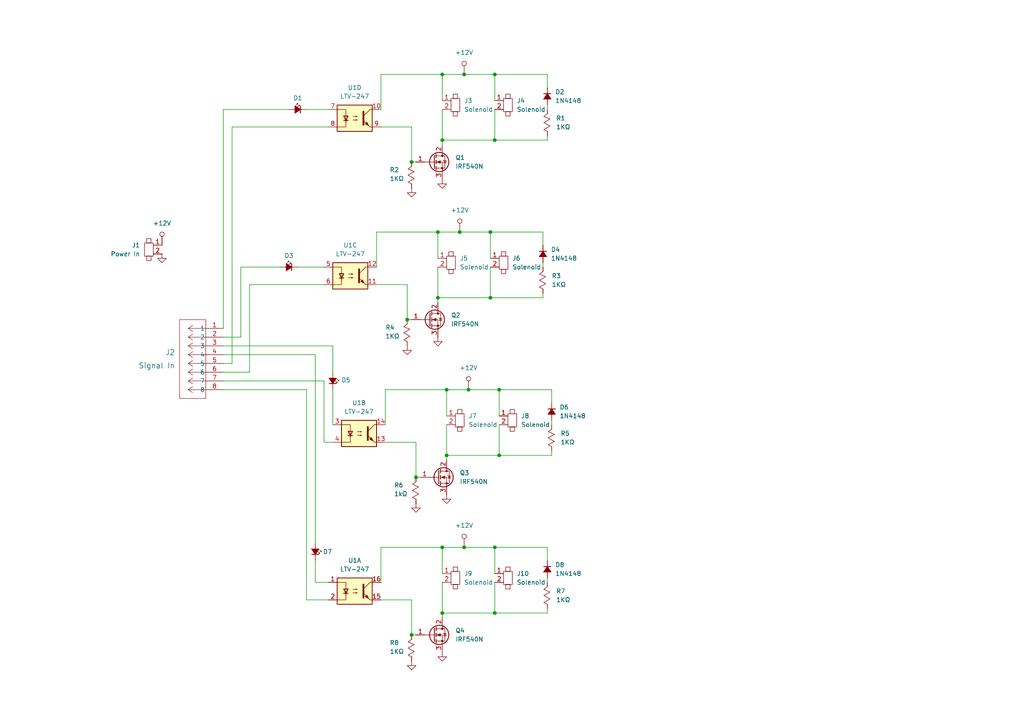
<source format=kicad_sch>
(kicad_sch (version 20250114) (generator "eeschema") (generator_version "9.0")
  (paper "A4")
  (lib_symbols
    (symbol "2_JB_Custom_sym:8PinMolexConn" (pin_names (offset 0.254))
      (property "Reference" "J" (at 8.89 6.35 0))
      (property "Value" "8PinMolexConn" (at 0 0 0))
      (symbol "8PinMolexConn_1_1"
        (polyline (pts (xy 5.08 2.54) (xy 5.08 -20.32)) (stroke (width 0.127)))
        (polyline (pts (xy 5.08 -20.32) (xy 12.7 -20.32)) (stroke (width 0.127)))
        (polyline (pts (xy 10.16 0) (xy 5.08 0)) (stroke (width 0.127)))
        (polyline (pts (xy 10.16 0) (xy 8.89 0.8467)) (stroke (width 0.127)))
        (polyline (pts (xy 10.16 0) (xy 8.89 -0.8467)) (stroke (width 0.127)))
        (polyline (pts (xy 10.16 -2.54) (xy 5.08 -2.54)) (stroke (width 0.127)))
        (polyline (pts (xy 10.16 -2.54) (xy 8.89 -1.6933)) (stroke (width 0.127)))
        (polyline (pts (xy 10.16 -2.54) (xy 8.89 -3.3867)) (stroke (width 0.127)))
        (polyline (pts (xy 10.16 -5.08) (xy 5.08 -5.08)) (stroke (width 0.127)))
        (polyline (pts (xy 10.16 -5.08) (xy 8.89 -4.2333)) (stroke (width 0.127)))
        (polyline (pts (xy 10.16 -5.08) (xy 8.89 -5.9267)) (stroke (width 0.127)))
        (polyline (pts (xy 10.16 -7.62) (xy 5.08 -7.62)) (stroke (width 0.127)))
        (polyline (pts (xy 10.16 -7.62) (xy 8.89 -6.7733)) (stroke (width 0.127)))
        (polyline (pts (xy 10.16 -7.62) (xy 8.89 -8.4667)) (stroke (width 0.127)))
        (polyline (pts (xy 10.16 -10.16) (xy 5.08 -10.16)) (stroke (width 0.127)))
        (polyline (pts (xy 10.16 -10.16) (xy 8.89 -9.3133)) (stroke (width 0.127)))
        (polyline (pts (xy 10.16 -10.16) (xy 8.89 -11.0067)) (stroke (width 0.127)))
        (polyline (pts (xy 10.16 -12.7) (xy 5.08 -12.7)) (stroke (width 0.127)))
        (polyline (pts (xy 10.16 -12.7) (xy 8.89 -11.8533)) (stroke (width 0.127)))
        (polyline (pts (xy 10.16 -12.7) (xy 8.89 -13.5467)) (stroke (width 0.127)))
        (polyline (pts (xy 10.16 -15.24) (xy 5.08 -15.24)) (stroke (width 0.127)))
        (polyline (pts (xy 10.16 -15.24) (xy 8.89 -14.3933)) (stroke (width 0.127)))
        (polyline (pts (xy 10.16 -15.24) (xy 8.89 -16.0867)) (stroke (width 0.127)))
        (polyline (pts (xy 10.16 -17.78) (xy 5.08 -17.78)) (stroke (width 0.127)))
        (polyline (pts (xy 10.16 -17.78) (xy 8.89 -16.9333)) (stroke (width 0.127)))
        (polyline (pts (xy 10.16 -17.78) (xy 8.89 -18.6267)) (stroke (width 0.127)))
        (polyline (pts (xy 12.7 2.54) (xy 5.08 2.54)) (stroke (width 0.127)))
        (polyline (pts (xy 12.7 -20.32) (xy 12.7 2.54)) (stroke (width 0.127)))
        (pin unspecified line (at 0 0 0) (length 5.08) (name "1") (number "1"))
        (pin unspecified line (at 0 -2.54 0) (length 5.08) (name "2") (number "2"))
        (pin unspecified line (at 0 -5.08 0) (length 5.08) (name "3") (number "3"))
        (pin unspecified line (at 0 -7.62 0) (length 5.08) (name "4") (number "4"))
        (pin unspecified line (at 0 -10.16 0) (length 5.08) (name "5") (number "5"))
        (pin unspecified line (at 0 -12.7 0) (length 5.08) (name "6") (number "6"))
        (pin unspecified line (at 0 -15.24 0) (length 5.08) (name "7") (number "7"))
        (pin unspecified line (at 0 -17.78 0) (length 5.08) (name "8") (number "8"))
      )
      (symbol "8PinMolexConn_1_2"
        (polyline (pts (xy 5.08 2.54) (xy 5.08 -20.32)) (stroke (width 0.127)))
        (polyline (pts (xy 5.08 -20.32) (xy 12.7 -20.32)) (stroke (width 0.127)))
        (polyline (pts (xy 7.62 0) (xy 5.08 0)) (stroke (width 0.127)))
        (polyline (pts (xy 7.62 0) (xy 8.89 0.8467)) (stroke (width 0.127)))
        (polyline (pts (xy 7.62 0) (xy 8.89 -0.8467)) (stroke (width 0.127)))
        (polyline (pts (xy 7.62 -2.54) (xy 5.08 -2.54)) (stroke (width 0.127)))
        (polyline (pts (xy 7.62 -2.54) (xy 8.89 -1.6933)) (stroke (width 0.127)))
        (polyline (pts (xy 7.62 -2.54) (xy 8.89 -3.3867)) (stroke (width 0.127)))
        (polyline (pts (xy 7.62 -5.08) (xy 5.08 -5.08)) (stroke (width 0.127)))
        (polyline (pts (xy 7.62 -5.08) (xy 8.89 -4.2333)) (stroke (width 0.127)))
        (polyline (pts (xy 7.62 -5.08) (xy 8.89 -5.9267)) (stroke (width 0.127)))
        (polyline (pts (xy 7.62 -7.62) (xy 5.08 -7.62)) (stroke (width 0.127)))
        (polyline (pts (xy 7.62 -7.62) (xy 8.89 -6.7733)) (stroke (width 0.127)))
        (polyline (pts (xy 7.62 -7.62) (xy 8.89 -8.4667)) (stroke (width 0.127)))
        (polyline (pts (xy 7.62 -10.16) (xy 5.08 -10.16)) (stroke (width 0.127)))
        (polyline (pts (xy 7.62 -10.16) (xy 8.89 -9.3133)) (stroke (width 0.127)))
        (polyline (pts (xy 7.62 -10.16) (xy 8.89 -11.0067)) (stroke (width 0.127)))
        (polyline (pts (xy 7.62 -12.7) (xy 5.08 -12.7)) (stroke (width 0.127)))
        (polyline (pts (xy 7.62 -12.7) (xy 8.89 -11.8533)) (stroke (width 0.127)))
        (polyline (pts (xy 7.62 -12.7) (xy 8.89 -13.5467)) (stroke (width 0.127)))
        (polyline (pts (xy 7.62 -15.24) (xy 5.08 -15.24)) (stroke (width 0.127)))
        (polyline (pts (xy 7.62 -15.24) (xy 8.89 -14.3933)) (stroke (width 0.127)))
        (polyline (pts (xy 7.62 -15.24) (xy 8.89 -16.0867)) (stroke (width 0.127)))
        (polyline (pts (xy 7.62 -17.78) (xy 5.08 -17.78)) (stroke (width 0.127)))
        (polyline (pts (xy 7.62 -17.78) (xy 8.89 -16.9333)) (stroke (width 0.127)))
        (polyline (pts (xy 7.62 -17.78) (xy 8.89 -18.6267)) (stroke (width 0.127)))
        (polyline (pts (xy 12.7 2.54) (xy 5.08 2.54)) (stroke (width 0.127)))
        (polyline (pts (xy 12.7 -20.32) (xy 12.7 2.54)) (stroke (width 0.127)))
        (pin unspecified line (at 0 0 0) (length 5.08) (name "1") (number "1"))
        (pin unspecified line (at 0 -2.54 0) (length 5.08) (name "2") (number "2"))
        (pin unspecified line (at 0 -5.08 0) (length 5.08) (name "3") (number "3"))
        (pin unspecified line (at 0 -7.62 0) (length 5.08) (name "4") (number "4"))
        (pin unspecified line (at 0 -10.16 0) (length 5.08) (name "5") (number "5"))
        (pin unspecified line (at 0 -12.7 0) (length 5.08) (name "6") (number "6"))
        (pin unspecified line (at 0 -15.24 0) (length 5.08) (name "7") (number "7"))
        (pin unspecified line (at 0 -17.78 0) (length 5.08) (name "8") (number "8"))
      )
    )
    (symbol "2_JB_Custom_sym:Jumper_2_Pin"
      (property "Reference" "J" (at 0 13.208 0))
      (symbol "Jumper_2_Pin_0_1"
        (rectangle (start -1.27 9.525) (end 1.27 5.715))
        (rectangle (start -0.635 10.795) (end 0.635 9.525))
        (rectangle (start -0.635 5.715) (end 0.635 5.715))
        (rectangle (start 0.635 4.445) (end -0.635 5.715))
      )
      (symbol "Jumper_2_Pin_1_1"
        (pin passive line (at -3.81 8.89 0) (length 2.54) (name "~") (number "1"))
        (pin passive line (at -3.81 6.35 0) (length 2.54) (name "~") (number "2"))
      )
    )
    (symbol "2_JB_Custom_sym:VCC"
      (property "Value" "+5V" (at 0 5.588 0))
      (symbol "VCC_0_1"
        (circle (center 0 3.175) (radius 0.635))
      )
      (symbol "VCC_1_1"
        (pin power_in line (at 0 0 90) (length 2.54) (name "~") (number ""))
      )
    )
    (symbol "Custom Symbols:Resistor_Mod" (pin_numbers (hide yes)) (pin_names (offset 0) (hide yes))
      (property "Reference" "R" (at 0 4.318 0))
      (property "Value" "ValueΩ" (at 0 2.54 0))
      (symbol "Resistor_Mod_0_1"
        (polyline (pts (xy -2.54 0) (xy -2.032 1.016) (xy -1.016 -0.762) (xy 0 1.016) (xy 1.016 -0.762) (xy 1.778 1.016) (xy 2.54 0)))
      )
      (symbol "Resistor_Mod_1_1"
        (pin passive line (at -3.81 0 0) (length 1.27) (name "1") (number "1"))
        (pin passive line (at 3.81 0 180) (length 1.27) (name "2") (number "2"))
      )
    )
    (symbol "Device:D_Small_Filled" (pin_numbers (hide yes)) (pin_names (offset 0.254) (hide yes))
      (property "Reference" "D" (at -1.27 2.032 0))
      (property "Value" "D_Small_Filled" (at -3.81 -2.032 0))
      (symbol "D_Small_Filled_0_1"
        (polyline (pts (xy -0.762 0) (xy 0.762 0)))
        (polyline (pts (xy -0.762 -1.016) (xy -0.762 1.016)) (stroke (width 0.254)))
        (polyline (pts (xy 0.762 -1.016) (xy -0.762 0) (xy 0.762 1.016) (xy 0.762 -1.016)) (stroke (width 0.254)) (fill (type outline)))
      )
      (symbol "D_Small_Filled_1_1"
        (pin passive line (at -2.54 0 0) (length 1.778) (name "K") (number "1"))
        (pin passive line (at 2.54 0 180) (length 1.778) (name "A") (number "2"))
      )
    )
    (symbol "Device:LED_Small_Filled" (pin_numbers (hide yes)) (pin_names (offset 0.254) (hide yes))
      (property "Reference" "D" (at -1.27 3.175 0))
      (property "Value" "LED_Small_Filled" (at -4.445 -2.54 0))
      (symbol "LED_Small_Filled_0_1"
        (polyline (pts (xy -0.762 -1.016) (xy -0.762 1.016)) (stroke (width 0.254)))
        (polyline (pts (xy 0 0.762) (xy -0.508 1.27) (xy -0.254 1.27) (xy -0.508 1.27) (xy -0.508 1.016)))
        (polyline (pts (xy 0.508 1.27) (xy 0 1.778) (xy 0.254 1.778) (xy 0 1.778) (xy 0 1.524)))
        (polyline (pts (xy 0.762 -1.016) (xy -0.762 0) (xy 0.762 1.016) (xy 0.762 -1.016)) (stroke (width 0.254)) (fill (type outline)))
        (polyline (pts (xy 1.016 0) (xy -0.762 0)))
      )
      (symbol "LED_Small_Filled_1_1"
        (pin passive line (at -2.54 0 0) (length 1.778) (name "K") (number "1"))
        (pin passive line (at 2.54 0 180) (length 1.778) (name "A") (number "2"))
      )
    )
    (symbol "Isolator:LTV-247"
      (property "Reference" "U" (at -5.08 5.08 0))
      (property "Value" "LTV-247" (at 0 5.08 0))
      (symbol "LTV-247_0_1"
        (rectangle (start -5.08 3.81) (end 5.08 -3.81) (stroke (width 0.254)) (fill (type background)))
        (polyline (pts (xy -5.08 2.54) (xy -2.54 2.54) (xy -2.54 -1.27) (xy -2.54 0.635)))
        (polyline (pts (xy -3.175 -0.635) (xy -1.905 -0.635)) (stroke (width 0.254)))
        (polyline (pts (xy -2.54 -0.635) (xy -2.54 -2.54) (xy -5.08 -2.54)))
        (polyline (pts (xy -2.54 -0.635) (xy -3.175 0.635) (xy -1.905 0.635) (xy -2.54 -0.635)) (stroke (width 0.254)))
        (polyline (pts (xy -0.508 0.508) (xy 0.762 0.508) (xy 0.381 0.381) (xy 0.381 0.635) (xy 0.762 0.508)))
        (polyline (pts (xy -0.508 -0.508) (xy 0.762 -0.508) (xy 0.381 -0.635) (xy 0.381 -0.381) (xy 0.762 -0.508)))
        (polyline (pts (xy 2.54 1.905) (xy 2.54 -1.905) (xy 2.54 -1.905)) (stroke (width 0.508)))
        (polyline (pts (xy 2.54 0.635) (xy 4.445 2.54)))
        (polyline (pts (xy 3.048 -1.651) (xy 3.556 -1.143) (xy 4.064 -2.159) (xy 3.048 -1.651) (xy 3.048 -1.651)) (fill (type outline)))
        (polyline (pts (xy 4.445 2.54) (xy 5.08 2.54)))
        (polyline (pts (xy 4.445 -2.54) (xy 2.54 -0.635)) (fill (type outline)))
        (polyline (pts (xy 4.445 -2.54) (xy 5.08 -2.54)))
      )
      (symbol "LTV-247_1_1"
        (pin passive line (at -7.62 2.54 0) (length 2.54) (name "~") (number "1"))
        (pin passive line (at -7.62 -2.54 0) (length 2.54) (name "~") (number "2"))
        (pin passive line (at 7.62 2.54 180) (length 2.54) (name "~") (number "16"))
        (pin passive line (at 7.62 -2.54 180) (length 2.54) (name "~") (number "15"))
      )
      (symbol "LTV-247_2_1"
        (pin passive line (at -7.62 2.54 0) (length 2.54) (name "~") (number "3"))
        (pin passive line (at -7.62 -2.54 0) (length 2.54) (name "~") (number "4"))
        (pin passive line (at 7.62 2.54 180) (length 2.54) (name "~") (number "14"))
        (pin passive line (at 7.62 -2.54 180) (length 2.54) (name "~") (number "13"))
      )
      (symbol "LTV-247_3_1"
        (pin passive line (at -7.62 2.54 0) (length 2.54) (name "~") (number "5"))
        (pin passive line (at -7.62 -2.54 0) (length 2.54) (name "~") (number "6"))
        (pin passive line (at 7.62 2.54 180) (length 2.54) (name "~") (number "12"))
        (pin passive line (at 7.62 -2.54 180) (length 2.54) (name "~") (number "11"))
      )
      (symbol "LTV-247_4_1"
        (pin passive line (at -7.62 2.54 0) (length 2.54) (name "~") (number "7"))
        (pin passive line (at -7.62 -2.54 0) (length 2.54) (name "~") (number "8"))
        (pin passive line (at 7.62 2.54 180) (length 2.54) (name "~") (number "10"))
        (pin passive line (at 7.62 -2.54 180) (length 2.54) (name "~") (number "9"))
      )
    )
    (symbol "OF symbols:Resistor_Mod" (pin_numbers (hide yes)) (pin_names (offset 0) (hide yes))
      (property "Reference" "R" (at 0 4.318 0))
      (property "Value" "ValueΩ" (at 0 2.54 0))
      (symbol "Resistor_Mod_0_1"
        (polyline (pts (xy -2.54 0) (xy -2.032 1.016) (xy -1.016 -0.762) (xy 0 1.016) (xy 1.016 -0.762) (xy 1.778 1.016) (xy 2.54 0)))
      )
      (symbol "Resistor_Mod_1_1"
        (pin passive line (at -3.81 0 0) (length 1.27) (name "1") (number "1"))
        (pin passive line (at 3.81 0 180) (length 1.27) (name "2") (number "2"))
      )
    )
    (symbol "Transistor_FET:IRF540N" (pin_names (hide yes))
      (property "Reference" "Q" (at 5.08 1.905 0))
      (property "Value" "IRF540N" (at 5.08 0 0))
      (symbol "IRF540N_0_1"
        (polyline (pts (xy 0.254 1.905) (xy 0.254 -1.905)) (stroke (width 0.254)))
        (polyline (pts (xy 0.254 0) (xy -2.54 0)))
        (polyline (pts (xy 0.762 2.286) (xy 0.762 1.27)) (stroke (width 0.254)))
        (polyline (pts (xy 0.762 0.508) (xy 0.762 -0.508)) (stroke (width 0.254)))
        (polyline (pts (xy 0.762 -1.27) (xy 0.762 -2.286)) (stroke (width 0.254)))
        (polyline (pts (xy 0.762 -1.778) (xy 3.302 -1.778) (xy 3.302 1.778) (xy 0.762 1.778)))
        (polyline (pts (xy 1.016 0) (xy 2.032 0.381) (xy 2.032 -0.381) (xy 1.016 0)) (fill (type outline)))
        (circle (center 1.651 0) (radius 2.794) (stroke (width 0.254)))
        (polyline (pts (xy 2.54 2.54) (xy 2.54 1.778)))
        (circle (center 2.54 1.778) (radius 0.254) (fill (type outline)))
        (circle (center 2.54 -1.778) (radius 0.254) (fill (type outline)))
        (polyline (pts (xy 2.54 -2.54) (xy 2.54 0) (xy 0.762 0)))
        (polyline (pts (xy 2.794 0.508) (xy 2.921 0.381) (xy 3.683 0.381) (xy 3.81 0.254)))
        (polyline (pts (xy 3.302 0.381) (xy 2.921 -0.254) (xy 3.683 -0.254) (xy 3.302 0.381)))
      )
      (symbol "IRF540N_1_1"
        (pin input line (at -5.08 0 0) (length 2.54) (name "G") (number "1"))
        (pin passive line (at 2.54 5.08 270) (length 2.54) (name "D") (number "2"))
        (pin passive line (at 2.54 -5.08 90) (length 2.54) (name "S") (number "3"))
      )
    )
    (symbol "power:GND" (power) (pin_numbers (hide yes)) (pin_names (offset 0) (hide yes))
      (property "Value" "GND" (at 0 -3.81 0))
      (symbol "GND_0_1"
        (polyline (pts (xy 0 0) (xy 0 -1.27) (xy 1.27 -1.27) (xy 0 -2.54) (xy -1.27 -1.27) (xy 0 -1.27)))
      )
      (symbol "GND_1_1"
        (pin power_in line (at 0 0 270) (length 0) (name "~") (number "1"))
      )
    )
  )
  (junction (at 119.38 46.99))
  (junction (at 128.27 21.59))
  (junction (at 118.11 92.71))
  (junction (at 133.35 67.31))
  (junction (at 134.62 158.75))
  (junction (at 143.51 177.8))
  (junction (at 127 86.36))
  (junction (at 128.27 40.64))
  (junction (at 143.51 21.59))
  (junction (at 128.27 158.75))
  (junction (at 144.78 113.03))
  (junction (at 142.24 67.31))
  (junction (at 143.51 40.64))
  (junction (at 129.54 113.03))
  (junction (at 128.27 177.8))
  (junction (at 120.65 138.43))
  (junction (at 144.78 132.08))
  (junction (at 119.38 184.15))
  (junction (at 143.51 158.75))
  (junction (at 127 67.31))
  (junction (at 142.24 86.36))
  (junction (at 134.62 21.59))
  (junction (at 129.54 132.08))
  (junction (at 135.89 113.03))
  (wire (pts (xy 93.98 128.27) (xy 96.52 128.27)))
  (wire (pts (xy 64.77 110.49) (xy 93.98 110.49)))
  (wire (pts (xy 143.51 166.37) (xy 143.51 158.75)))
  (wire (pts (xy 64.77 95.25) (xy 64.77 31.75)))
  (wire (pts (xy 91.44 102.87) (xy 91.44 157.48)))
  (wire (pts (xy 143.51 168.91) (xy 143.51 177.8)))
  (wire (pts (xy 158.75 30.48) (xy 158.75 31.75)))
  (wire (pts (xy 118.11 92.71) (xy 119.38 92.71)))
  (wire (pts (xy 111.76 113.03) (xy 129.54 113.03)))
  (wire (pts (xy 158.75 177.8) (xy 158.75 176.53)))
  (wire (pts (xy 67.31 105.41) (xy 64.77 105.41)))
  (wire (pts (xy 120.65 138.43) (xy 121.92 138.43)))
  (wire (pts (xy 96.52 113.03) (xy 96.52 123.19)))
  (wire (pts (xy 160.02 113.03) (xy 160.02 116.84)))
  (wire (pts (xy 158.75 21.59) (xy 158.75 25.4)))
  (wire (pts (xy 128.27 168.91) (xy 128.27 177.8)))
  (wire (pts (xy 157.48 76.2) (xy 157.48 77.47)))
  (wire (pts (xy 142.24 77.47) (xy 142.24 86.36)))
  (wire (pts (xy 144.78 123.19) (xy 144.78 132.08)))
  (wire (pts (xy 127 67.31) (xy 133.35 67.31)))
  (wire (pts (xy 128.27 40.64) (xy 143.51 40.64)))
  (wire (pts (xy 127 87.63) (xy 127 86.36)))
  (wire (pts (xy 142.24 86.36) (xy 157.48 86.36)))
  (wire (pts (xy 72.39 82.55) (xy 72.39 107.95)))
  (wire (pts (xy 111.76 113.03) (xy 111.76 123.19)))
  (wire (pts (xy 144.78 113.03) (xy 160.02 113.03)))
  (wire (pts (xy 143.51 40.64) (xy 158.75 40.64)))
  (wire (pts (xy 142.24 67.31) (xy 157.48 67.31)))
  (wire (pts (xy 160.02 132.08) (xy 160.02 130.81)))
  (wire (pts (xy 64.77 102.87) (xy 91.44 102.87)))
  (wire (pts (xy 95.25 36.83) (xy 67.31 36.83)))
  (wire (pts (xy 128.27 158.75) (xy 128.27 166.37)))
  (wire (pts (xy 143.51 29.21) (xy 143.51 21.59)))
  (wire (pts (xy 128.27 41.91) (xy 128.27 40.64)))
  (wire (pts (xy 96.52 100.33) (xy 96.52 107.95)))
  (wire (pts (xy 119.38 184.15) (xy 120.65 184.15)))
  (wire (pts (xy 110.49 173.99) (xy 119.38 173.99)))
  (wire (pts (xy 93.98 82.55) (xy 72.39 82.55)))
  (wire (pts (xy 91.44 162.56) (xy 91.44 168.91)))
  (wire (pts (xy 142.24 74.93) (xy 142.24 67.31)))
  (wire (pts (xy 93.98 110.49) (xy 93.98 128.27)))
  (wire (pts (xy 64.77 113.03) (xy 88.9 113.03)))
  (wire (pts (xy 110.49 158.75) (xy 110.49 168.91)))
  (wire (pts (xy 118.11 82.55) (xy 118.11 92.71)))
  (wire (pts (xy 110.49 21.59) (xy 128.27 21.59)))
  (wire (pts (xy 110.49 21.59) (xy 110.49 31.75)))
  (wire (pts (xy 120.65 128.27) (xy 120.65 138.43)))
  (wire (pts (xy 64.77 97.79) (xy 69.85 97.79)))
  (wire (pts (xy 129.54 132.08) (xy 144.78 132.08)))
  (wire (pts (xy 143.51 21.59) (xy 158.75 21.59)))
  (wire (pts (xy 128.27 21.59) (xy 134.62 21.59)))
  (wire (pts (xy 127 86.36) (xy 142.24 86.36)))
  (wire (pts (xy 127 67.31) (xy 127 74.93)))
  (wire (pts (xy 88.9 173.99) (xy 95.25 173.99)))
  (wire (pts (xy 129.54 123.19) (xy 129.54 132.08)))
  (wire (pts (xy 69.85 97.79) (xy 69.85 77.47)))
  (wire (pts (xy 143.51 158.75) (xy 158.75 158.75)))
  (wire (pts (xy 133.35 67.31) (xy 142.24 67.31)))
  (wire (pts (xy 109.22 67.31) (xy 109.22 77.47)))
  (wire (pts (xy 109.22 67.31) (xy 127 67.31)))
  (wire (pts (xy 143.51 31.75) (xy 143.51 40.64)))
  (wire (pts (xy 110.49 158.75) (xy 128.27 158.75)))
  (wire (pts (xy 129.54 133.35) (xy 129.54 132.08)))
  (wire (pts (xy 91.44 168.91) (xy 95.25 168.91)))
  (wire (pts (xy 119.38 46.99) (xy 120.65 46.99)))
  (wire (pts (xy 128.27 158.75) (xy 134.62 158.75)))
  (wire (pts (xy 157.48 67.31) (xy 157.48 71.12)))
  (wire (pts (xy 67.31 36.83) (xy 67.31 105.41)))
  (wire (pts (xy 110.49 36.83) (xy 119.38 36.83)))
  (wire (pts (xy 144.78 132.08) (xy 160.02 132.08)))
  (wire (pts (xy 158.75 167.64) (xy 158.75 168.91)))
  (wire (pts (xy 128.27 179.07) (xy 128.27 177.8)))
  (wire (pts (xy 135.89 113.03) (xy 144.78 113.03)))
  (wire (pts (xy 158.75 158.75) (xy 158.75 162.56)))
  (wire (pts (xy 119.38 173.99) (xy 119.38 184.15)))
  (wire (pts (xy 64.77 100.33) (xy 96.52 100.33)))
  (wire (pts (xy 119.38 36.83) (xy 119.38 46.99)))
  (wire (pts (xy 143.51 177.8) (xy 158.75 177.8)))
  (wire (pts (xy 88.9 113.03) (xy 88.9 173.99)))
  (wire (pts (xy 109.22 82.55) (xy 118.11 82.55)))
  (wire (pts (xy 64.77 31.75) (xy 83.82 31.75)))
  (wire (pts (xy 134.62 21.59) (xy 143.51 21.59)))
  (wire (pts (xy 111.76 128.27) (xy 120.65 128.27)))
  (wire (pts (xy 129.54 113.03) (xy 135.89 113.03)))
  (wire (pts (xy 86.36 77.47) (xy 93.98 77.47)))
  (wire (pts (xy 128.27 177.8) (xy 143.51 177.8)))
  (wire (pts (xy 128.27 31.75) (xy 128.27 40.64)))
  (wire (pts (xy 134.62 158.75) (xy 143.51 158.75)))
  (wire (pts (xy 144.78 120.65) (xy 144.78 113.03)))
  (wire (pts (xy 157.48 86.36) (xy 157.48 85.09)))
  (wire (pts (xy 160.02 121.92) (xy 160.02 123.19)))
  (wire (pts (xy 88.9 31.75) (xy 95.25 31.75)))
  (wire (pts (xy 128.27 21.59) (xy 128.27 29.21)))
  (wire (pts (xy 127 77.47) (xy 127 86.36)))
  (wire (pts (xy 129.54 113.03) (xy 129.54 120.65)))
  (wire (pts (xy 69.85 77.47) (xy 81.28 77.47)))
  (wire (pts (xy 158.75 40.64) (xy 158.75 39.37)))
  (wire (pts (xy 72.39 107.95) (xy 64.77 107.95)))
  (symbol (lib_id "2_JB_Custom_sym:VCC") (at 133.35 67.31 0) (unit 1)
    (property "Reference" "#PWR6" (effects (hide yes)))
    (property "Value" "+12V" (at 133.35 60.96 0))
  )
  (symbol (lib_id "Device:LED_Small_Filled") (at 96.52 110.49 270) (mirror x) (unit 1)
    (property "Reference" "D5" (at 100.33 110.236 90))
    (property "Value" "LED" (effects (hide yes)))
    (property "Footprint" "2JB_Footprints:D_0805" (effects (hide yes)))
    (property "Description" "Light emitting diode, small symbol, filled shape" (effects (hide yes)))
    (property "Sim.Pins" "1=K 2=A" (effects (hide yes)))
  )
  (symbol (lib_id "Custom Symbols:Resistor_Mod") (at 119.38 187.96 90) (unit 1)
    (property "Reference" "R8" (at 113.03 186.436 90) (effects (justify right)))
    (property "Value" "1KΩ" (at 113.03 188.976 90) (effects (justify right)))
    (property "Footprint" "2JB_Footprints:C_0805" (effects (hide yes)))
  )
  (symbol (lib_id "power:GND") (at 119.38 191.77 0) (unit 1)
    (property "Reference" "#PWR014" (effects (hide yes)))
    (property "Value" "GND" (effects (hide yes)))
    (property "Description" "Power symbol creates a global label with name \"GND\" , ground" (effects (hide yes)))
  )
  (symbol (lib_id "power:GND") (at 128.27 52.07 0) (unit 1)
    (property "Reference" "#PWR04" (effects (hide yes)))
    (property "Value" "GND" (effects (hide yes)))
    (property "Description" "Power symbol creates a global label with name \"GND\" , ground" (effects (hide yes)))
  )
  (symbol (lib_id "power:GND") (at 129.54 143.51 0) (unit 1)
    (property "Reference" "#PWR010" (effects (hide yes)))
    (property "Value" "GND" (effects (hide yes)))
    (property "Description" "Power symbol creates a global label with name \"GND\" , ground" (effects (hide yes)))
  )
  (symbol (lib_id "Isolator:LTV-247") (at 102.87 171.45 0) (unit 1)
    (property "Reference" "U1" (at 102.87 162.56 0))
    (property "Value" "LTV-247" (at 102.87 165.1 0))
    (property "Footprint" "Package_SO:SOP-16_4.4x10.4mm_P1.27mm" (effects (hide yes)))
    (property "Datasheet" "http://optoelectronics.liteon.com/upload/download/DS70-2009-0014/LTV-2X7%20sereis%20Mar17.PDF" (effects (hide yes)))
    (property "Description" "DC Quad Optocoupler, Vce 80V, CTR 100-600%, SOP-16" (effects (hide yes)))
  )
  (symbol (lib_id "Device:LED_Small_Filled") (at 83.82 77.47 0) (mirror y) (unit 1)
    (property "Reference" "D3" (at 83.82 74.168 0))
    (property "Value" "LED" (effects (hide yes)))
    (property "Footprint" "2JB_Footprints:D_0805" (effects (hide yes)))
    (property "Description" "Light emitting diode, small symbol, filled shape" (effects (hide yes)))
    (property "Sim.Pins" "1=K 2=A" (effects (hide yes)))
  )
  (symbol (lib_id "Custom Symbols:Resistor_Mod") (at 120.65 142.24 90) (unit 1)
    (property "Reference" "R6" (at 114.3 140.716 90) (effects (justify right)))
    (property "Value" "1kΩ" (at 114.3 143.256 90) (effects (justify right)))
    (property "Footprint" "2JB_Footprints:C_0805" (effects (hide yes)))
  )
  (symbol (lib_id "2_JB_Custom_sym:Jumper_2_Pin") (at 148.59 129.54 0) (unit 1)
    (property "Reference" "J8" (at 151.13 120.65 0) (effects (justify left)))
    (property "Value" "Solenoid" (at 151.13 123.19 0) (effects (justify left)))
    (property "Footprint" "2JB_Footprints:2PinMolex" (effects (hide yes)))
    (property "Description" "2 Pin Jumper" (effects (hide yes)))
  )
  (symbol (lib_id "power:GND") (at 118.11 100.33 0) (unit 1)
    (property "Reference" "#PWR08" (effects (hide yes)))
    (property "Value" "GND" (effects (hide yes)))
    (property "Description" "Power symbol creates a global label with name \"GND\" , ground" (effects (hide yes)))
  )
  (symbol (lib_id "Isolator:LTV-247") (at 101.6 80.01 0) (unit 3)
    (property "Reference" "U1" (at 101.6 71.12 0))
    (property "Value" "LTV-247" (at 101.6 73.66 0))
    (property "Footprint" "Package_SO:SOP-16_4.4x10.4mm_P1.27mm" (effects (hide yes)))
    (property "Datasheet" "http://optoelectronics.liteon.com/upload/download/DS70-2009-0014/LTV-2X7%20sereis%20Mar17.PDF" (effects (hide yes)))
    (property "Description" "DC Quad Optocoupler, Vce 80V, CTR 100-600%, SOP-16" (effects (hide yes)))
  )
  (symbol (lib_id "Custom Symbols:Resistor_Mod") (at 118.11 96.52 90) (unit 1)
    (property "Reference" "R4" (at 111.76 94.996 90) (effects (justify right)))
    (property "Value" "1KΩ" (at 111.76 97.536 90) (effects (justify right)))
    (property "Footprint" "2JB_Footprints:C_0805" (effects (hide yes)))
  )
  (symbol (lib_id "Transistor_FET:IRF540N") (at 125.73 46.99 0) (unit 1)
    (property "Reference" "Q1" (at 132.08 45.72 0) (effects (justify left)))
    (property "Value" "IRF540N" (at 132.08 48.26 0) (effects (justify left)))
    (property "Footprint" "Package_TO_SOT_THT:TO-220-3_Vertical" (effects (hide yes)))
    (property "Datasheet" "http://www.irf.com/product-info/datasheets/data/irf540n.pdf" (effects (hide yes)))
    (property "Description" "33A Id, 100V Vds, HEXFET N-Channel MOSFET, TO-220" (effects (hide yes)))
  )
  (symbol (lib_id "2_JB_Custom_sym:8PinMolexConn") (at 64.77 95.25 0) (mirror y) (unit 1)
    (property "Reference" "J2" (at 50.8 102.2349 0) (effects (font (size 1.524 1.524)) (justify left)))
    (property "Value" "Signal In" (at 50.8 106.0449 0) (effects (font (size 1.524 1.524)) (justify left)))
    (property "Footprint" "2JB_Footprints:8PinMolex_3.00mmPitch" (effects (hide yes)))
    (property "Datasheet" "https://www.molex.com/en-us/products/part-detail-pdf/430450810?display=pdf" (effects (hide yes)))
  )
  (symbol (lib_id "Custom Symbols:Resistor_Mod") (at 119.38 50.8 90) (unit 1)
    (property "Reference" "R2" (at 113.03 49.276 90) (effects (justify right)))
    (property "Value" "1KΩ" (at 113.03 51.816 90) (effects (justify right)))
    (property "Footprint" "2JB_Footprints:C_0805" (effects (hide yes)))
  )
  (symbol (lib_id "power:GND") (at 119.38 54.61 0) (unit 1)
    (property "Reference" "#PWR05" (effects (hide yes)))
    (property "Value" "GND" (effects (hide yes)))
    (property "Description" "Power symbol creates a global label with name \"GND\" , ground" (effects (hide yes)))
  )
  (symbol (lib_id "Device:D_Small_Filled") (at 158.75 27.94 270) (unit 1)
    (property "Reference" "D2" (at 161.036 26.67 90) (effects (justify left)))
    (property "Value" "1N4148" (at 161.036 29.21 90) (effects (justify left)))
    (property "Footprint" "2JB_Footprints:D_0805" (effects (hide yes)))
    (property "Description" "Diode, small symbol, filled shape" (effects (hide yes)))
    (property "Sim.Device" "D" (effects (hide yes)))
    (property "Sim.Pins" "1=K 2=A" (effects (hide yes)))
  )
  (symbol (lib_id "Device:LED_Small_Filled") (at 86.36 31.75 0) (mirror y) (unit 1)
    (property "Reference" "D1" (at 86.36 28.448 0))
    (property "Value" "LED" (effects (hide yes)))
    (property "Footprint" "2JB_Footprints:D_0805" (effects (hide yes)))
    (property "Description" "Light emitting diode, small symbol, filled shape" (effects (hide yes)))
    (property "Sim.Pins" "1=K 2=A" (effects (hide yes)))
  )
  (symbol (lib_id "Isolator:LTV-247") (at 104.14 125.73 0) (unit 2)
    (property "Reference" "U1" (at 104.14 116.84 0))
    (property "Value" "LTV-247" (at 104.14 119.38 0))
    (property "Footprint" "Package_SO:SOP-16_4.4x10.4mm_P1.27mm" (effects (hide yes)))
    (property "Datasheet" "http://optoelectronics.liteon.com/upload/download/DS70-2009-0014/LTV-2X7%20sereis%20Mar17.PDF" (effects (hide yes)))
    (property "Description" "DC Quad Optocoupler, Vce 80V, CTR 100-600%, SOP-16" (effects (hide yes)))
  )
  (symbol (lib_id "2_JB_Custom_sym:Jumper_2_Pin") (at 132.08 38.1 0) (unit 1)
    (property "Reference" "J3" (at 134.62 29.21 0) (effects (justify left)))
    (property "Value" "Solenoid" (at 134.62 31.75 0) (effects (justify left)))
    (property "Footprint" "2JB_Footprints:2PinMolex" (effects (hide yes)))
    (property "Description" "2 Pin Jumper" (effects (hide yes)))
  )
  (symbol (lib_id "2_JB_Custom_sym:VCC") (at 134.62 158.75 0) (unit 1)
    (property "Reference" "#PWR12" (effects (hide yes)))
    (property "Value" "+12V" (at 134.62 152.4 0))
  )
  (symbol (lib_id "Device:D_Small_Filled") (at 160.02 119.38 270) (unit 1)
    (property "Reference" "D6" (at 162.306 118.11 90) (effects (justify left)))
    (property "Value" "1N4148" (at 162.306 120.65 90) (effects (justify left)))
    (property "Footprint" "2JB_Footprints:D_0805" (effects (hide yes)))
    (property "Description" "Diode, small symbol, filled shape" (effects (hide yes)))
    (property "Sim.Device" "D" (effects (hide yes)))
    (property "Sim.Pins" "1=K 2=A" (effects (hide yes)))
  )
  (symbol (lib_id "Device:D_Small_Filled") (at 157.48 73.66 270) (unit 1)
    (property "Reference" "D4" (at 159.766 72.39 90) (effects (justify left)))
    (property "Value" "1N4148" (at 159.766 74.93 90) (effects (justify left)))
    (property "Footprint" "2JB_Footprints:D_0805" (effects (hide yes)))
    (property "Description" "Diode, small symbol, filled shape" (effects (hide yes)))
    (property "Sim.Device" "D" (effects (hide yes)))
    (property "Sim.Pins" "1=K 2=A" (effects (hide yes)))
  )
  (symbol (lib_id "Device:D_Small_Filled") (at 158.75 165.1 270) (unit 1)
    (property "Reference" "D8" (at 161.036 163.83 90) (effects (justify left)))
    (property "Value" "1N4148" (at 161.036 166.37 90) (effects (justify left)))
    (property "Footprint" "2JB_Footprints:D_0805" (effects (hide yes)))
    (property "Description" "Diode, small symbol, filled shape" (effects (hide yes)))
    (property "Sim.Device" "D" (effects (hide yes)))
    (property "Sim.Pins" "1=K 2=A" (effects (hide yes)))
  )
  (symbol (lib_id "2_JB_Custom_sym:VCC") (at 46.99 71.12 0) (unit 1)
    (property "Reference" "#PWR1" (effects (hide yes)))
    (property "Value" "+12V" (at 46.99 64.77 0))
  )
  (symbol (lib_id "2_JB_Custom_sym:VCC") (at 134.62 21.59 0) (unit 1)
    (property "Reference" "#PWR2" (effects (hide yes)))
    (property "Value" "+12V" (at 134.62 15.24 0))
  )
  (symbol (lib_id "2_JB_Custom_sym:Jumper_2_Pin") (at 147.32 38.1 0) (unit 1)
    (property "Reference" "J4" (at 149.86 29.21 0) (effects (justify left)))
    (property "Value" "Solenoid" (at 149.86 31.75 0) (effects (justify left)))
    (property "Footprint" "2JB_Footprints:2PinMolex" (effects (hide yes)))
    (property "Description" "2 Pin Jumper" (effects (hide yes)))
  )
  (symbol (lib_id "OF symbols:Resistor_Mod") (at 157.48 81.28 90) (unit 1)
    (property "Reference" "R3" (at 160.02 80.01 90) (effects (justify right)))
    (property "Value" "1KΩ" (at 160.02 82.55 90) (effects (justify right)))
    (property "Footprint" "2JB_Footprints:C_0805" (effects (hide yes)))
  )
  (symbol (lib_id "2_JB_Custom_sym:Jumper_2_Pin") (at 147.32 175.26 0) (unit 1)
    (property "Reference" "J10" (at 149.86 166.37 0) (effects (justify left)))
    (property "Value" "Solenoid" (at 149.86 168.91 0) (effects (justify left)))
    (property "Footprint" "2JB_Footprints:2PinMolex" (effects (hide yes)))
    (property "Description" "2 Pin Jumper" (effects (hide yes)))
  )
  (symbol (lib_id "power:GND") (at 128.27 189.23 0) (unit 1)
    (property "Reference" "#PWR013" (effects (hide yes)))
    (property "Value" "GND" (effects (hide yes)))
    (property "Description" "Power symbol creates a global label with name \"GND\" , ground" (effects (hide yes)))
  )
  (symbol (lib_id "power:GND") (at 46.99 73.66 0) (unit 1)
    (property "Reference" "#PWR03" (effects (hide yes)))
    (property "Value" "GND" (effects (hide yes)))
    (property "Description" "Power symbol creates a global label with name \"GND\" , ground" (effects (hide yes)))
  )
  (symbol (lib_id "2_JB_Custom_sym:Jumper_2_Pin") (at 133.35 129.54 0) (unit 1)
    (property "Reference" "J7" (at 135.89 120.65 0) (effects (justify left)))
    (property "Value" "Solenoid" (at 135.89 123.19 0) (effects (justify left)))
    (property "Footprint" "2JB_Footprints:2PinMolex" (effects (hide yes)))
    (property "Description" "2 Pin Jumper" (effects (hide yes)))
  )
  (symbol (lib_id "OF symbols:Resistor_Mod") (at 158.75 35.56 90) (unit 1)
    (property "Reference" "R1" (at 161.29 34.29 90) (effects (justify right)))
    (property "Value" "1KΩ" (at 161.29 36.83 90) (effects (justify right)))
    (property "Footprint" "2JB_Footprints:C_0805" (effects (hide yes)))
  )
  (symbol (lib_id "power:GND") (at 120.65 146.05 0) (unit 1)
    (property "Reference" "#PWR011" (effects (hide yes)))
    (property "Value" "GND" (effects (hide yes)))
    (property "Description" "Power symbol creates a global label with name \"GND\" , ground" (effects (hide yes)))
  )
  (symbol (lib_id "Isolator:LTV-247") (at 102.87 34.29 0) (unit 4)
    (property "Reference" "U1" (at 102.87 25.4 0))
    (property "Value" "LTV-247" (at 102.87 27.94 0))
    (property "Footprint" "Package_SO:SOP-16_4.4x10.4mm_P1.27mm" (effects (hide yes)))
    (property "Datasheet" "http://optoelectronics.liteon.com/upload/download/DS70-2009-0014/LTV-2X7%20sereis%20Mar17.PDF" (effects (hide yes)))
    (property "Description" "DC Quad Optocoupler, Vce 80V, CTR 100-600%, SOP-16" (effects (hide yes)))
  )
  (symbol (lib_id "2_JB_Custom_sym:Jumper_2_Pin") (at 146.05 83.82 0) (unit 1)
    (property "Reference" "J6" (at 148.59 74.93 0) (effects (justify left)))
    (property "Value" "Solenoid" (at 148.59 77.47 0) (effects (justify left)))
    (property "Footprint" "2JB_Footprints:2PinMolex" (effects (hide yes)))
    (property "Description" "2 Pin Jumper" (effects (hide yes)))
  )
  (symbol (lib_id "2_JB_Custom_sym:Jumper_2_Pin") (at 130.81 83.82 0) (unit 1)
    (property "Reference" "J5" (at 133.35 74.93 0) (effects (justify left)))
    (property "Value" "Solenoid" (at 133.35 77.47 0) (effects (justify left)))
    (property "Footprint" "2JB_Footprints:2PinMolex" (effects (hide yes)))
    (property "Description" "2 Pin Jumper" (effects (hide yes)))
  )
  (symbol (lib_id "2_JB_Custom_sym:VCC") (at 135.89 113.03 0) (unit 1)
    (property "Reference" "#PWR9" (effects (hide yes)))
    (property "Value" "+12V" (at 135.89 106.68 0))
  )
  (symbol (lib_id "2_JB_Custom_sym:Jumper_2_Pin") (at 132.08 175.26 0) (unit 1)
    (property "Reference" "J9" (at 134.62 166.37 0) (effects (justify left)))
    (property "Value" "Solenoid" (at 134.62 168.91 0) (effects (justify left)))
    (property "Footprint" "2JB_Footprints:2PinMolex" (effects (hide yes)))
    (property "Description" "2 Pin Jumper" (effects (hide yes)))
  )
  (symbol (lib_id "2_JB_Custom_sym:Jumper_2_Pin") (at 43.18 80.01 0) (mirror y) (unit 1)
    (property "Reference" "J1" (at 40.64 71.12 0) (effects (justify left)))
    (property "Value" "Power In" (at 40.64 73.66 0) (effects (justify left)))
    (property "Footprint" "2JB_Footprints:2PinMolex" (effects (hide yes)))
    (property "Description" "2 Pin Jumper" (effects (hide yes)))
  )
  (symbol (lib_id "Device:LED_Small_Filled") (at 91.44 160.02 270) (mirror x) (unit 1)
    (property "Reference" "D7" (at 94.996 160.02 90))
    (property "Value" "LED" (effects (hide yes)))
    (property "Footprint" "2JB_Footprints:D_0805" (effects (hide yes)))
    (property "Description" "Light emitting diode, small symbol, filled shape" (effects (hide yes)))
    (property "Sim.Pins" "1=K 2=A" (effects (hide yes)))
  )
  (symbol (lib_id "Transistor_FET:IRF540N") (at 127 138.43 0) (unit 1)
    (property "Reference" "Q3" (at 133.35 137.16 0) (effects (justify left)))
    (property "Value" "IRF540N" (at 133.35 139.7 0) (effects (justify left)))
    (property "Footprint" "Package_TO_SOT_THT:TO-220-3_Vertical" (effects (hide yes)))
    (property "Datasheet" "http://www.irf.com/product-info/datasheets/data/irf540n.pdf" (effects (hide yes)))
    (property "Description" "33A Id, 100V Vds, HEXFET N-Channel MOSFET, TO-220" (effects (hide yes)))
  )
  (symbol (lib_id "power:GND") (at 127 97.79 0) (unit 1)
    (property "Reference" "#PWR07" (effects (hide yes)))
    (property "Value" "GND" (effects (hide yes)))
    (property "Description" "Power symbol creates a global label with name \"GND\" , ground" (effects (hide yes)))
  )
  (symbol (lib_id "OF symbols:Resistor_Mod") (at 158.75 172.72 90) (unit 1)
    (property "Reference" "R7" (at 161.29 171.45 90) (effects (justify right)))
    (property "Value" "1KΩ" (at 161.29 173.99 90) (effects (justify right)))
    (property "Footprint" "2JB_Footprints:C_0805" (effects (hide yes)))
  )
  (symbol (lib_id "Transistor_FET:IRF540N") (at 125.73 184.15 0) (unit 1)
    (property "Reference" "Q4" (at 132.08 182.88 0) (effects (justify left)))
    (property "Value" "IRF540N" (at 132.08 185.42 0) (effects (justify left)))
    (property "Footprint" "Package_TO_SOT_THT:TO-220-3_Vertical" (effects (hide yes)))
    (property "Datasheet" "http://www.irf.com/product-info/datasheets/data/irf540n.pdf" (effects (hide yes)))
    (property "Description" "33A Id, 100V Vds, HEXFET N-Channel MOSFET, TO-220" (effects (hide yes)))
  )
  (symbol (lib_id "Transistor_FET:IRF540N") (at 124.46 92.71 0) (unit 1)
    (property "Reference" "Q2" (at 130.81 91.44 0) (effects (justify left)))
    (property "Value" "IRF540N" (at 130.81 93.98 0) (effects (justify left)))
    (property "Footprint" "Package_TO_SOT_THT:TO-220-3_Vertical" (effects (hide yes)))
    (property "Datasheet" "http://www.irf.com/product-info/datasheets/data/irf540n.pdf" (effects (hide yes)))
    (property "Description" "33A Id, 100V Vds, HEXFET N-Channel MOSFET, TO-220" (effects (hide yes)))
  )
  (symbol (lib_id "OF symbols:Resistor_Mod") (at 160.02 127 90) (unit 1)
    (property "Reference" "R5" (at 162.56 125.73 90) (effects (justify right)))
    (property "Value" "1KΩ" (at 162.56 128.27 90) (effects (justify right)))
    (property "Footprint" "2JB_Footprints:C_0805" (effects (hide yes)))
  )
)
</source>
